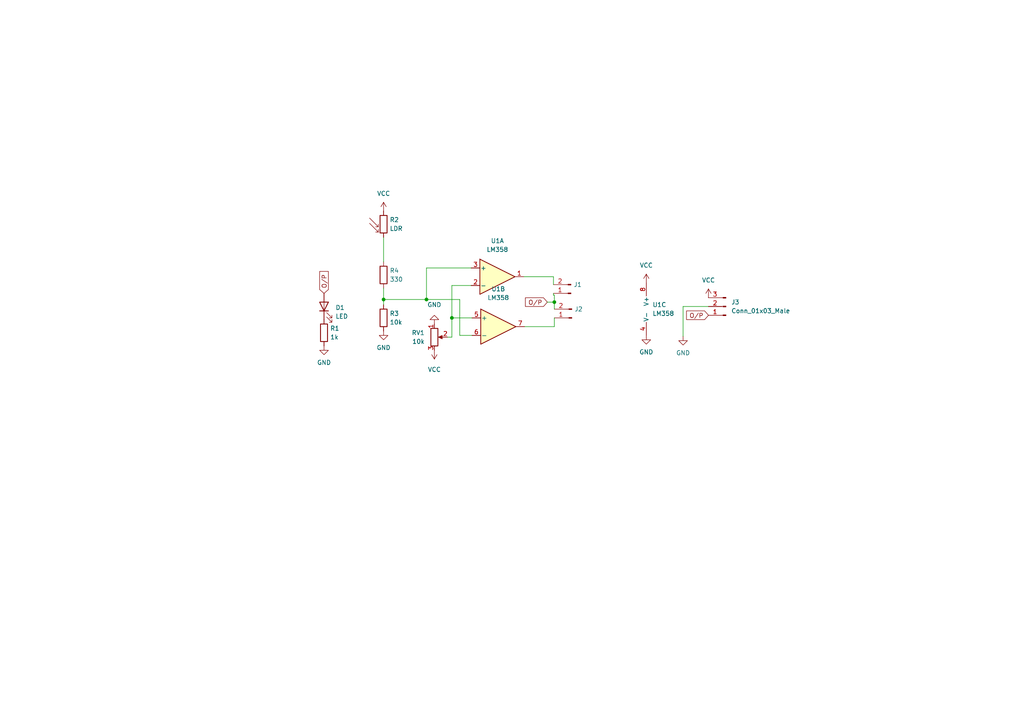
<source format=kicad_sch>
(kicad_sch (version 20211123) (generator eeschema)
  (paper "A4")
  (lib_symbols
    (symbol "Amplifier_Operational:LM358" (pin_names (offset 0.127))
      (property "Reference" "U" (at 0 5.08 0))
      (property "Value" "LM358" (at 0 -5.08 0))
      (symbol "LM358_1_1"
        (polyline (pts (xy -5.08 5.08) (xy 5.08 0) (xy -5.08 -5.08) (xy -5.08 5.08)) (stroke (width 0.254)) (fill (type background)))
        (pin output line (at 7.62 0 180) (length 2.54) (name "~") (number "1"))
        (pin input line (at -7.62 -2.54 0) (length 2.54) (name "-") (number "2"))
        (pin input line (at -7.62 2.54 0) (length 2.54) (name "+") (number "3"))
      )
      (symbol "LM358_2_1"
        (polyline (pts (xy -5.08 5.08) (xy 5.08 0) (xy -5.08 -5.08) (xy -5.08 5.08)) (stroke (width 0.254)) (fill (type background)))
        (pin input line (at -7.62 2.54 0) (length 2.54) (name "+") (number "5"))
        (pin input line (at -7.62 -2.54 0) (length 2.54) (name "-") (number "6"))
        (pin output line (at 7.62 0 180) (length 2.54) (name "~") (number "7"))
      )
      (symbol "LM358_3_1"
        (pin power_in line (at -2.54 -7.62 90) (length 3.81) (name "V-") (number "4"))
        (pin power_in line (at -2.54 7.62 270) (length 3.81) (name "V+") (number "8"))
      )
    )
    (symbol "Connector:Conn_01x02_Male" (pin_names (offset 1.016) hide)
      (property "Reference" "J" (at 0 2.54 0))
      (property "Value" "Conn_01x02_Male" (at 0 -5.08 0))
      (symbol "Conn_01x02_Male_1_1"
        (polyline (pts (xy 1.27 -2.54) (xy 0.8636 -2.54)) (stroke (width 0.1524)))
        (polyline (pts (xy 1.27 0) (xy 0.8636 0)) (stroke (width 0.1524)))
        (rectangle (start 0.8636 -2.413) (end 0 -2.667) (stroke (width 0.1524)) (fill (type outline)))
        (rectangle (start 0.8636 0.127) (end 0 -0.127) (stroke (width 0.1524)) (fill (type outline)))
        (pin passive line (at 5.08 0 180) (length 3.81) (name "Pin_1") (number "1"))
        (pin passive line (at 5.08 -2.54 180) (length 3.81) (name "Pin_2") (number "2"))
      )
    )
    (symbol "Connector:Conn_01x03_Male" (pin_names (offset 1.016) hide)
      (property "Reference" "J" (at 0 5.08 0))
      (property "Value" "Conn_01x03_Male" (at 0 -5.08 0))
      (symbol "Conn_01x03_Male_1_1"
        (polyline (pts (xy 1.27 -2.54) (xy 0.8636 -2.54)) (stroke (width 0.1524)))
        (polyline (pts (xy 1.27 0) (xy 0.8636 0)) (stroke (width 0.1524)))
        (polyline (pts (xy 1.27 2.54) (xy 0.8636 2.54)) (stroke (width 0.1524)))
        (rectangle (start 0.8636 -2.413) (end 0 -2.667) (stroke (width 0.1524)) (fill (type outline)))
        (rectangle (start 0.8636 0.127) (end 0 -0.127) (stroke (width 0.1524)) (fill (type outline)))
        (rectangle (start 0.8636 2.667) (end 0 2.413) (stroke (width 0.1524)) (fill (type outline)))
        (pin passive line (at 5.08 2.54 180) (length 3.81) (name "Pin_1") (number "1"))
        (pin passive line (at 5.08 0 180) (length 3.81) (name "Pin_2") (number "2"))
        (pin passive line (at 5.08 -2.54 180) (length 3.81) (name "Pin_3") (number "3"))
      )
    )
    (symbol "Device:LED" (pin_numbers hide) (pin_names (offset 1.016) hide)
      (property "Reference" "D" (at 0 2.54 0))
      (property "Value" "LED" (at 0 -2.54 0))
      (symbol "LED_0_1"
        (polyline (pts (xy -1.27 -1.27) (xy -1.27 1.27)) (stroke (width 0.254)))
        (polyline (pts (xy -1.27 0) (xy 1.27 0)))
        (polyline (pts (xy 1.27 -1.27) (xy 1.27 1.27) (xy -1.27 0) (xy 1.27 -1.27)) (stroke (width 0.254)))
        (polyline (pts (xy -3.048 -0.762) (xy -4.572 -2.286) (xy -3.81 -2.286) (xy -4.572 -2.286) (xy -4.572 -1.524)))
        (polyline (pts (xy -1.778 -0.762) (xy -3.302 -2.286) (xy -2.54 -2.286) (xy -3.302 -2.286) (xy -3.302 -1.524)))
      )
      (symbol "LED_1_1"
        (pin passive line (at -3.81 0 0) (length 2.54) (name "K") (number "1"))
        (pin passive line (at 3.81 0 180) (length 2.54) (name "A") (number "2"))
      )
    )
    (symbol "Device:R" (pin_numbers hide) (pin_names (offset 0))
      (property "Reference" "R" (at 2.032 0 90))
      (property "Value" "R" (at 0 0 90))
      (symbol "R_0_1"
        (rectangle (start -1.016 -2.54) (end 1.016 2.54) (stroke (width 0.254)))
      )
      (symbol "R_1_1"
        (pin passive line (at 0 3.81 270) (length 1.27) (name "~") (number "1"))
        (pin passive line (at 0 -3.81 90) (length 1.27) (name "~") (number "2"))
      )
    )
    (symbol "Device:R_Photo" (pin_numbers hide) (pin_names (offset 0))
      (property "Reference" "R" (at 1.27 1.27 0))
      (property "Value" "R_Photo" (at 1.27 0 0))
      (symbol "R_Photo_0_1"
        (rectangle (start -1.016 2.54) (end 1.016 -2.54) (stroke (width 0.254)))
        (polyline (pts (xy -1.524 -2.286) (xy -4.064 0.254)))
        (polyline (pts (xy -1.524 -2.286) (xy -2.286 -2.286)))
        (polyline (pts (xy -1.524 -2.286) (xy -1.524 -1.524)))
        (polyline (pts (xy -1.524 -0.762) (xy -4.064 1.778)))
        (polyline (pts (xy -1.524 -0.762) (xy -2.286 -0.762)))
        (polyline (pts (xy -1.524 -0.762) (xy -1.524 0)))
      )
      (symbol "R_Photo_1_1"
        (pin passive line (at 0 3.81 270) (length 1.27) (name "~") (number "1"))
        (pin passive line (at 0 -3.81 90) (length 1.27) (name "~") (number "2"))
      )
    )
    (symbol "Device:R_Potentiometer" (pin_names (offset 1.016) hide)
      (property "Reference" "RV" (at -4.445 0 90))
      (property "Value" "R_Potentiometer" (at -2.54 0 90))
      (symbol "R_Potentiometer_0_1"
        (polyline (pts (xy 2.54 0) (xy 1.524 0)))
        (polyline (pts (xy 1.143 0) (xy 2.286 0.508) (xy 2.286 -0.508) (xy 1.143 0)) (fill (type outline)))
        (rectangle (start 1.016 2.54) (end -1.016 -2.54) (stroke (width 0.254)))
      )
      (symbol "R_Potentiometer_1_1"
        (pin passive line (at 0 3.81 270) (length 1.27) (name "1") (number "1"))
        (pin passive line (at 3.81 0 180) (length 1.27) (name "2") (number "2"))
        (pin passive line (at 0 -3.81 90) (length 1.27) (name "3") (number "3"))
      )
    )
    (symbol "power:GND" (power) (pin_names (offset 0))
      (property "Value" "GND" (at 0 -3.81 0))
      (symbol "GND_0_1"
        (polyline (pts (xy 0 0) (xy 0 -1.27) (xy 1.27 -1.27) (xy 0 -2.54) (xy -1.27 -1.27) (xy 0 -1.27)))
      )
      (symbol "GND_1_1"
        (pin power_in line (at 0 0 270) (length 0) hide (name "GND") (number "1"))
      )
    )
    (symbol "power:VCC" (power) (pin_names (offset 0))
      (property "Value" "VCC" (at 0 3.81 0))
      (symbol "VCC_0_1"
        (polyline (pts (xy -0.762 1.27) (xy 0 2.54)))
        (polyline (pts (xy 0 0) (xy 0 2.54)))
        (polyline (pts (xy 0 2.54) (xy 0.762 1.27)))
      )
      (symbol "VCC_1_1"
        (pin power_in line (at 0 0 90) (length 0) hide (name "VCC") (number "1"))
      )
    )
  )
  (junction (at 160.782 87.63))
  (junction (at 123.698 86.868))
  (junction (at 131.064 92.202))
  (junction (at 111.252 86.868))
  (wire (pts (xy 198.12 88.9) (xy 198.12 97.536)))
  (wire (pts (xy 160.528 85.598) (xy 160.528 85.09)))
  (wire (pts (xy 205.486 88.9) (xy 198.12 88.9)))
  (wire (pts (xy 111.252 68.834) (xy 111.252 75.946)))
  (wire (pts (xy 129.794 97.79) (xy 131.064 97.79)))
  (wire (pts (xy 133.35 97.282) (xy 133.35 86.868)))
  (wire (pts (xy 136.906 97.282) (xy 133.35 97.282)))
  (wire (pts (xy 123.698 86.868) (xy 111.252 86.868)))
  (wire (pts (xy 131.064 92.202) (xy 131.064 82.804)))
  (wire (pts (xy 123.698 77.724) (xy 123.698 86.868)))
  (wire (pts (xy 160.782 94.742) (xy 160.782 92.202)))
  (wire (pts (xy 160.782 87.63) (xy 160.782 85.598)))
  (wire (pts (xy 131.064 92.202) (xy 136.906 92.202)))
  (wire (pts (xy 111.252 86.868) (xy 111.252 88.392)))
  (wire (pts (xy 111.252 83.566) (xy 111.252 86.868)))
  (wire (pts (xy 160.782 85.598) (xy 160.528 85.598)))
  (wire (pts (xy 152.146 94.742) (xy 160.782 94.742)))
  (wire (pts (xy 151.892 80.264) (xy 160.528 80.264)))
  (wire (pts (xy 136.652 77.724) (xy 123.698 77.724)))
  (wire (pts (xy 160.782 89.662) (xy 160.782 87.63)))
  (wire (pts (xy 131.064 97.79) (xy 131.064 92.202)))
  (wire (pts (xy 158.75 87.63) (xy 160.782 87.63)))
  (wire (pts (xy 131.064 82.804) (xy 136.652 82.804)))
  (wire (pts (xy 133.35 86.868) (xy 123.698 86.868)))
  (wire (pts (xy 160.528 80.264) (xy 160.528 82.55)))
  (global_label "O{slash}P" (shape input) (at 93.98 85.09 90) (property "Intersheet References" "${INTERSHEET_REFS}" (effects hide)))
  (global_label "O{slash}P" (shape input) (at 205.486 91.44 180) (property "Intersheet References" "${INTERSHEET_REFS}" (effects hide)))
  (global_label "O{slash}P" (shape input) (at 158.75 87.63 180) (property "Intersheet References" "${INTERSHEET_REFS}" (effects hide)))
  (symbol (lib_id "Connector:Conn_01x02_Male") (at 165.862 92.202 180) (unit 1)
    (property "Reference" "J2" (at 166.624 89.6619 0) (effects (justify right)))
    (property "Value" "Conn_01x02_Male" (effects hide))
    (property "Footprint" "Connector_PinHeader_2.54mm:PinHeader_1x02_P2.54mm_Vertical" (effects hide))
  )
  (symbol (lib_id "power:GND") (at 187.452 97.282 0) (unit 1)
    (property "Reference" "#PWR07" (effects hide))
    (property "Value" "GND" (at 187.452 102.108 0))
  )
  (symbol (lib_id "power:VCC") (at 111.252 61.214 0) (unit 1)
    (property "Reference" "#PWR02" (effects hide))
    (property "Value" "VCC" (at 111.252 56.134 0))
  )
  (symbol (lib_id "power:VCC") (at 187.452 82.042 0) (unit 1)
    (property "Reference" "#PWR06" (effects hide))
    (property "Value" "VCC" (at 187.452 76.962 0))
  )
  (symbol (lib_id "Amplifier_Operational:LM358") (at 189.992 89.662 0) (unit 3)
    (property "Reference" "U1" (at 189.23 88.3919 0) (effects (justify left)))
    (property "Value" "LM358" (at 189.23 90.9319 0) (effects (justify left)))
    (property "Footprint" "Package_DIP:DIP-8_W7.62mm" (effects hide))
    (property "Datasheet" "http://www.ti.com/lit/ds/symlink/lm2904-n.pdf" (effects hide))
  )
  (symbol (lib_id "Connector:Conn_01x02_Male") (at 165.608 85.09 180) (unit 1)
    (property "Reference" "J1" (at 166.37 82.5499 0) (effects (justify right)))
    (property "Value" "Conn_01x02_Male" (effects hide))
    (property "Footprint" "Connector_PinHeader_2.54mm:PinHeader_1x02_P2.54mm_Vertical" (effects hide))
  )
  (symbol (lib_id "power:GND") (at 125.984 93.98 180) (unit 1)
    (property "Reference" "#PWR05" (effects hide))
    (property "Value" "GND" (at 125.984 88.392 0))
  )
  (symbol (lib_id "Device:R") (at 111.252 79.756 0) (unit 1)
    (property "Reference" "R4" (at 113.03 78.4859 0) (effects (justify left)))
    (property "Value" "330" (at 113.03 81.0259 0) (effects (justify left)))
    (property "Footprint" "Resistor_THT:R_Axial_DIN0309_L9.0mm_D3.2mm_P12.70mm_Horizontal" (effects hide))
  )
  (symbol (lib_id "Device:R_Potentiometer") (at 125.984 97.79 0) (unit 1)
    (property "Reference" "RV1" (at 123.19 96.5199 0) (effects (justify right)))
    (property "Value" "10k" (at 123.19 99.0599 0) (effects (justify right)))
    (property "Footprint" "Potentiometer_THT:Potentiometer_Runtron_RM-065_Vertical" (effects hide))
  )
  (symbol (lib_id "Device:R") (at 93.98 96.52 0) (unit 1)
    (property "Reference" "R1" (at 95.758 95.2499 0) (effects (justify left)))
    (property "Value" "1k" (at 95.758 97.7899 0) (effects (justify left)))
    (property "Footprint" "Resistor_THT:R_Axial_DIN0309_L9.0mm_D3.2mm_P12.70mm_Horizontal" (effects hide))
  )
  (symbol (lib_id "Amplifier_Operational:LM358") (at 144.272 80.264 0) (unit 1)
    (property "Reference" "U1" (at 144.272 69.85 0))
    (property "Value" "LM358" (at 144.272 72.39 0))
    (property "Footprint" "Package_DIP:DIP-8_W7.62mm" (effects hide))
    (property "Datasheet" "http://www.ti.com/lit/ds/symlink/lm2904-n.pdf" (effects hide))
  )
  (symbol (lib_id "Amplifier_Operational:LM358") (at 144.526 94.742 0) (unit 2)
    (property "Reference" "U1" (at 144.526 83.82 0))
    (property "Value" "LM358" (at 144.526 86.36 0))
    (property "Footprint" "Package_DIP:DIP-8_W7.62mm" (effects hide))
    (property "Datasheet" "http://www.ti.com/lit/ds/symlink/lm2904-n.pdf" (effects hide))
  )
  (symbol (lib_id "power:GND") (at 198.12 97.536 0) (unit 1)
    (property "Reference" "#PWR08" (effects hide))
    (property "Value" "GND" (at 198.12 102.362 0))
  )
  (symbol (lib_id "Device:LED") (at 93.98 88.9 90) (unit 1)
    (property "Reference" "D1" (at 97.282 89.2174 90) (effects (justify right)))
    (property "Value" "LED" (at 97.282 91.7574 90) (effects (justify right)))
    (property "Footprint" "LED_THT:LED_D3.0mm" (effects hide))
  )
  (symbol (lib_id "power:VCC") (at 125.984 101.6 180) (unit 1)
    (property "Reference" "#PWR04" (effects hide))
    (property "Value" "VCC" (at 125.984 107.188 0))
  )
  (symbol (lib_id "Device:R") (at 111.252 92.202 0) (unit 1)
    (property "Reference" "R3" (at 113.03 90.9319 0) (effects (justify left)))
    (property "Value" "10k" (at 113.03 93.4719 0) (effects (justify left)))
    (property "Footprint" "Resistor_THT:R_Axial_DIN0309_L9.0mm_D3.2mm_P12.70mm_Horizontal" (effects hide))
  )
  (symbol (lib_id "power:GND") (at 93.98 100.33 0) (unit 1)
    (property "Reference" "#PWR01" (effects hide))
    (property "Value" "GND" (at 93.98 105.156 0))
  )
  (symbol (lib_id "Device:R_Photo") (at 111.252 65.024 0) (unit 1)
    (property "Reference" "R2" (at 113.03 63.7539 0) (effects (justify left)))
    (property "Value" "LDR" (at 113.03 66.2939 0) (effects (justify left)))
    (property "Footprint" "OptoDevice:R_LDR_4.9x4.2mm_P2.54mm_Vertical" (effects hide))
  )
  (symbol (lib_id "Connector:Conn_01x03_Male") (at 210.566 88.9 180) (unit 1)
    (property "Reference" "J3" (at 212.09 87.6299 0) (effects (justify right)))
    (property "Value" "Conn_01x03_Male" (at 212.09 90.1699 0) (effects (justify right)))
    (property "Footprint" "Connector_PinHeader_2.54mm:PinHeader_1x03_P2.54mm_Vertical" (effects hide))
  )
  (symbol (lib_id "power:GND") (at 111.252 96.012 0) (unit 1)
    (property "Reference" "#PWR03" (effects hide))
    (property "Value" "GND" (at 111.252 100.838 0))
  )
  (symbol (lib_id "power:VCC") (at 205.486 86.36 0) (unit 1)
    (property "Reference" "#PWR09" (effects hide))
    (property "Value" "VCC" (at 205.486 81.28 0))
  )
)
</source>
